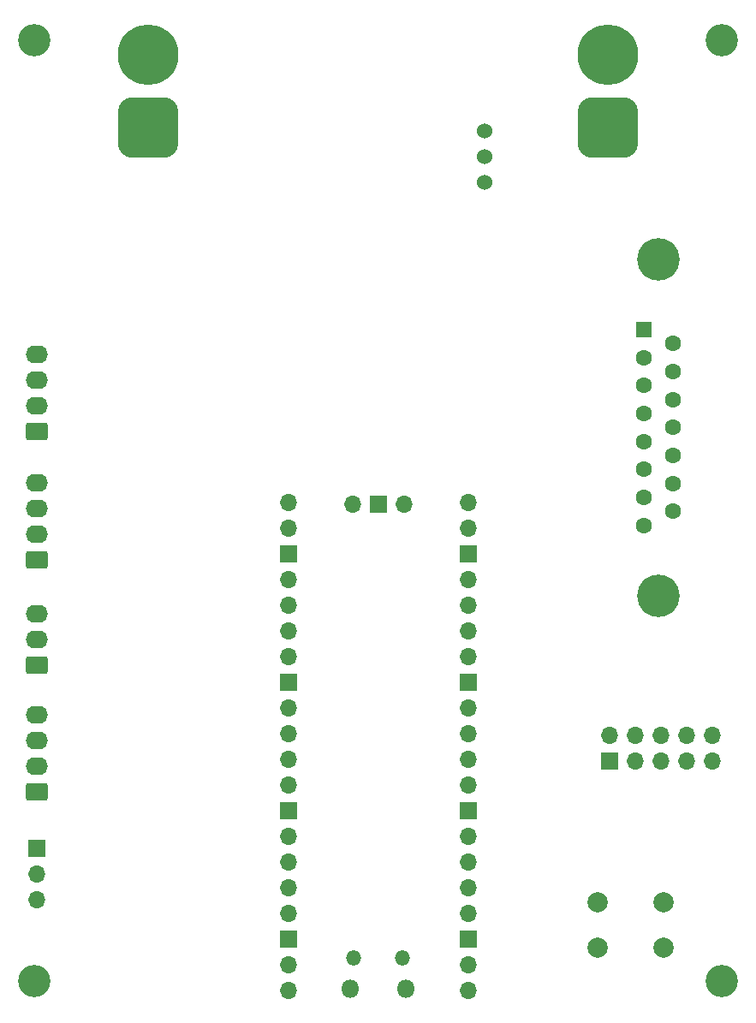
<source format=gbs>
%TF.GenerationSoftware,KiCad,Pcbnew,8.0.5*%
%TF.CreationDate,2024-12-03T15:09:03+00:00*%
%TF.ProjectId,test-rig-black-box,74657374-2d72-4696-972d-626c61636b2d,1.0*%
%TF.SameCoordinates,Original*%
%TF.FileFunction,Soldermask,Bot*%
%TF.FilePolarity,Negative*%
%FSLAX46Y46*%
G04 Gerber Fmt 4.6, Leading zero omitted, Abs format (unit mm)*
G04 Created by KiCad (PCBNEW 8.0.5) date 2024-12-03 15:09:03*
%MOMM*%
%LPD*%
G01*
G04 APERTURE LIST*
G04 Aperture macros list*
%AMRoundRect*
0 Rectangle with rounded corners*
0 $1 Rounding radius*
0 $2 $3 $4 $5 $6 $7 $8 $9 X,Y pos of 4 corners*
0 Add a 4 corners polygon primitive as box body*
4,1,4,$2,$3,$4,$5,$6,$7,$8,$9,$2,$3,0*
0 Add four circle primitives for the rounded corners*
1,1,$1+$1,$2,$3*
1,1,$1+$1,$4,$5*
1,1,$1+$1,$6,$7*
1,1,$1+$1,$8,$9*
0 Add four rect primitives between the rounded corners*
20,1,$1+$1,$2,$3,$4,$5,0*
20,1,$1+$1,$4,$5,$6,$7,0*
20,1,$1+$1,$6,$7,$8,$9,0*
20,1,$1+$1,$8,$9,$2,$3,0*%
G04 Aperture macros list end*
%ADD10C,3.200000*%
%ADD11C,4.200000*%
%ADD12R,1.600000X1.600000*%
%ADD13C,1.600000*%
%ADD14C,1.524000*%
%ADD15O,1.800000X1.800000*%
%ADD16O,1.500000X1.500000*%
%ADD17O,1.700000X1.700000*%
%ADD18R,1.700000X1.700000*%
%ADD19RoundRect,0.250000X0.845000X-0.620000X0.845000X0.620000X-0.845000X0.620000X-0.845000X-0.620000X0*%
%ADD20O,2.190000X1.740000*%
%ADD21RoundRect,1.500000X1.500000X-1.500000X1.500000X1.500000X-1.500000X1.500000X-1.500000X-1.500000X0*%
%ADD22C,6.000000*%
%ADD23C,2.000000*%
G04 APERTURE END LIST*
D10*
%TO.C,H1*%
X152160000Y-75660000D03*
%TD*%
D11*
%TO.C,J2*%
X213899669Y-130580000D03*
X213899669Y-97280000D03*
D12*
X212479669Y-104235000D03*
D13*
X212479669Y-107005000D03*
X212479669Y-109775000D03*
X212479669Y-112545000D03*
X212479669Y-115315000D03*
X212479669Y-118085000D03*
X212479669Y-120855000D03*
X212479669Y-123625000D03*
X215319669Y-105620000D03*
X215319669Y-108390000D03*
X215319669Y-111160000D03*
X215319669Y-113930000D03*
X215319669Y-116700000D03*
X215319669Y-119470000D03*
X215319669Y-122240000D03*
%TD*%
D14*
%TO.C,U8*%
X196660000Y-84580000D03*
X196660000Y-87120000D03*
X196660000Y-89660000D03*
%TD*%
D15*
%TO.C,U1*%
X188885000Y-169440000D03*
D16*
X188585000Y-166410000D03*
X183735000Y-166410000D03*
D15*
X183435000Y-169440000D03*
D17*
X195050000Y-169570000D03*
X195050000Y-167030000D03*
D18*
X195050000Y-164490000D03*
D17*
X195050000Y-161950000D03*
X195050000Y-159410000D03*
X195050000Y-156870000D03*
X195050000Y-154330000D03*
D18*
X195050000Y-151790000D03*
D17*
X195050000Y-149250000D03*
X195050000Y-146710000D03*
X195050000Y-144170000D03*
X195050000Y-141630000D03*
D18*
X195050000Y-139090000D03*
D17*
X195050000Y-136550000D03*
X195050000Y-134010000D03*
X195050000Y-131470000D03*
X195050000Y-128930000D03*
D18*
X195050000Y-126390000D03*
D17*
X195050000Y-123850000D03*
X195050000Y-121310000D03*
X177270000Y-121310000D03*
X177270000Y-123850000D03*
D18*
X177270000Y-126390000D03*
D17*
X177270000Y-128930000D03*
X177270000Y-131470000D03*
X177270000Y-134010000D03*
X177270000Y-136550000D03*
D18*
X177270000Y-139090000D03*
D17*
X177270000Y-141630000D03*
X177270000Y-144170000D03*
X177270000Y-146710000D03*
X177270000Y-149250000D03*
D18*
X177270000Y-151790000D03*
D17*
X177270000Y-154330000D03*
X177270000Y-156870000D03*
X177270000Y-159410000D03*
X177270000Y-161950000D03*
D18*
X177270000Y-164490000D03*
D17*
X177270000Y-167030000D03*
X177270000Y-169570000D03*
X188700000Y-121540000D03*
D18*
X186160000Y-121540000D03*
D17*
X183620000Y-121540000D03*
%TD*%
D10*
%TO.C,H2*%
X220160000Y-75660000D03*
%TD*%
D19*
%TO.C,J3*%
X152430000Y-126990000D03*
D20*
X152430000Y-124450000D03*
X152430000Y-121910000D03*
X152430000Y-119370000D03*
%TD*%
D19*
%TO.C,J1*%
X152410000Y-114295000D03*
D20*
X152410000Y-111755000D03*
X152410000Y-109215000D03*
X152410000Y-106675000D03*
%TD*%
D21*
%TO.C,J4*%
X208910000Y-84260000D03*
D22*
X208910000Y-77060000D03*
%TD*%
D21*
%TO.C,J5*%
X163410000Y-84260000D03*
D22*
X163410000Y-77060000D03*
%TD*%
D18*
%TO.C,J9*%
X209085000Y-146950000D03*
D17*
X209085000Y-144410000D03*
X211625000Y-146950000D03*
X211625000Y-144410000D03*
X214165000Y-146950000D03*
X214165000Y-144410000D03*
X216705000Y-146950000D03*
X216705000Y-144410000D03*
X219245000Y-146950000D03*
X219245000Y-144410000D03*
%TD*%
D10*
%TO.C,H3*%
X152160000Y-168660000D03*
%TD*%
D19*
%TO.C,J8*%
X152410000Y-149950000D03*
D20*
X152410000Y-147410000D03*
X152410000Y-144870000D03*
X152410000Y-142330000D03*
%TD*%
D19*
%TO.C,J6*%
X152410000Y-137410000D03*
D20*
X152410000Y-134870000D03*
X152410000Y-132330000D03*
%TD*%
D23*
%TO.C,SW1*%
X207910000Y-160910000D03*
X214410000Y-160910000D03*
X207910000Y-165410000D03*
X214410000Y-165410000D03*
%TD*%
D10*
%TO.C,H4*%
X220160000Y-168660000D03*
%TD*%
D18*
%TO.C,J7*%
X152410000Y-155580000D03*
D17*
X152410000Y-158120000D03*
X152410000Y-160660000D03*
%TD*%
M02*

</source>
